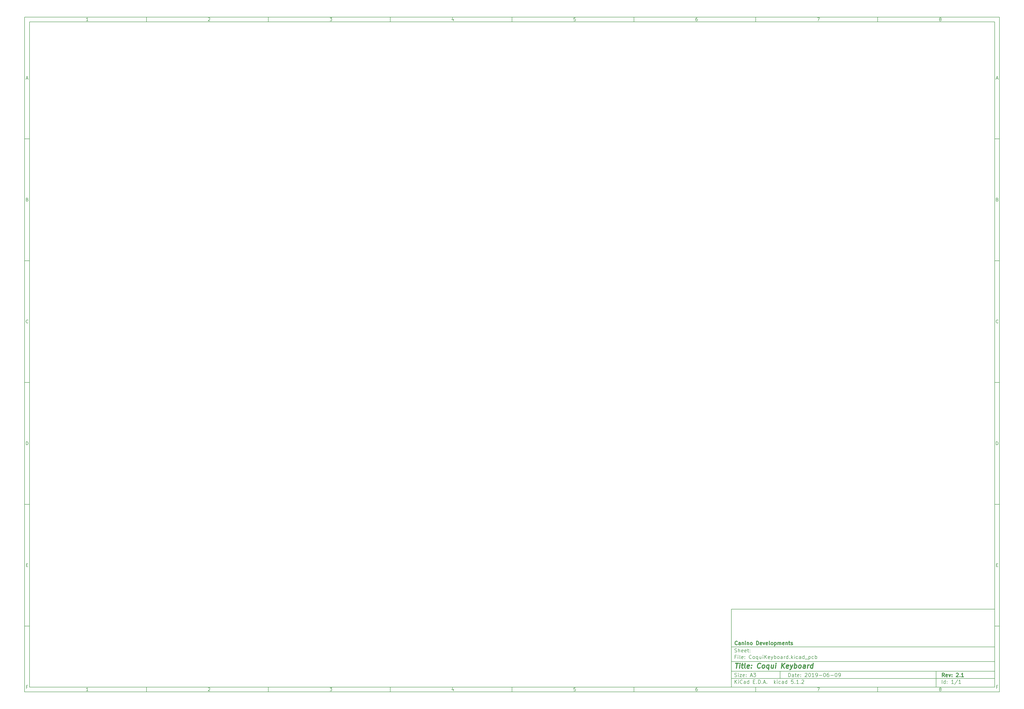
<source format=gtp>
G04 #@! TF.GenerationSoftware,KiCad,Pcbnew,5.1.2*
G04 #@! TF.CreationDate,2019-06-12T21:28:34-04:00*
G04 #@! TF.ProjectId,CoquiKeyboard,436f7175-694b-4657-9962-6f6172642e6b,2.1*
G04 #@! TF.SameCoordinates,Original*
G04 #@! TF.FileFunction,Paste,Top*
G04 #@! TF.FilePolarity,Positive*
%FSLAX46Y46*%
G04 Gerber Fmt 4.6, Leading zero omitted, Abs format (unit mm)*
G04 Created by KiCad (PCBNEW 5.1.2) date 2019-06-12 21:28:34*
%MOMM*%
%LPD*%
G04 APERTURE LIST*
%ADD10C,0.100000*%
%ADD11C,0.150000*%
%ADD12C,0.300000*%
%ADD13C,0.400000*%
G04 APERTURE END LIST*
D10*
D11*
X299989000Y-253002200D02*
X299989000Y-285002200D01*
X407989000Y-285002200D01*
X407989000Y-253002200D01*
X299989000Y-253002200D01*
D10*
D11*
X10000000Y-10000000D02*
X10000000Y-287002200D01*
X409989000Y-287002200D01*
X409989000Y-10000000D01*
X10000000Y-10000000D01*
D10*
D11*
X12000000Y-12000000D02*
X12000000Y-285002200D01*
X407989000Y-285002200D01*
X407989000Y-12000000D01*
X12000000Y-12000000D01*
D10*
D11*
X60000000Y-12000000D02*
X60000000Y-10000000D01*
D10*
D11*
X110000000Y-12000000D02*
X110000000Y-10000000D01*
D10*
D11*
X160000000Y-12000000D02*
X160000000Y-10000000D01*
D10*
D11*
X210000000Y-12000000D02*
X210000000Y-10000000D01*
D10*
D11*
X260000000Y-12000000D02*
X260000000Y-10000000D01*
D10*
D11*
X310000000Y-12000000D02*
X310000000Y-10000000D01*
D10*
D11*
X360000000Y-12000000D02*
X360000000Y-10000000D01*
D10*
D11*
X36065476Y-11588095D02*
X35322619Y-11588095D01*
X35694047Y-11588095D02*
X35694047Y-10288095D01*
X35570238Y-10473809D01*
X35446428Y-10597619D01*
X35322619Y-10659523D01*
D10*
D11*
X85322619Y-10411904D02*
X85384523Y-10350000D01*
X85508333Y-10288095D01*
X85817857Y-10288095D01*
X85941666Y-10350000D01*
X86003571Y-10411904D01*
X86065476Y-10535714D01*
X86065476Y-10659523D01*
X86003571Y-10845238D01*
X85260714Y-11588095D01*
X86065476Y-11588095D01*
D10*
D11*
X135260714Y-10288095D02*
X136065476Y-10288095D01*
X135632142Y-10783333D01*
X135817857Y-10783333D01*
X135941666Y-10845238D01*
X136003571Y-10907142D01*
X136065476Y-11030952D01*
X136065476Y-11340476D01*
X136003571Y-11464285D01*
X135941666Y-11526190D01*
X135817857Y-11588095D01*
X135446428Y-11588095D01*
X135322619Y-11526190D01*
X135260714Y-11464285D01*
D10*
D11*
X185941666Y-10721428D02*
X185941666Y-11588095D01*
X185632142Y-10226190D02*
X185322619Y-11154761D01*
X186127380Y-11154761D01*
D10*
D11*
X236003571Y-10288095D02*
X235384523Y-10288095D01*
X235322619Y-10907142D01*
X235384523Y-10845238D01*
X235508333Y-10783333D01*
X235817857Y-10783333D01*
X235941666Y-10845238D01*
X236003571Y-10907142D01*
X236065476Y-11030952D01*
X236065476Y-11340476D01*
X236003571Y-11464285D01*
X235941666Y-11526190D01*
X235817857Y-11588095D01*
X235508333Y-11588095D01*
X235384523Y-11526190D01*
X235322619Y-11464285D01*
D10*
D11*
X285941666Y-10288095D02*
X285694047Y-10288095D01*
X285570238Y-10350000D01*
X285508333Y-10411904D01*
X285384523Y-10597619D01*
X285322619Y-10845238D01*
X285322619Y-11340476D01*
X285384523Y-11464285D01*
X285446428Y-11526190D01*
X285570238Y-11588095D01*
X285817857Y-11588095D01*
X285941666Y-11526190D01*
X286003571Y-11464285D01*
X286065476Y-11340476D01*
X286065476Y-11030952D01*
X286003571Y-10907142D01*
X285941666Y-10845238D01*
X285817857Y-10783333D01*
X285570238Y-10783333D01*
X285446428Y-10845238D01*
X285384523Y-10907142D01*
X285322619Y-11030952D01*
D10*
D11*
X335260714Y-10288095D02*
X336127380Y-10288095D01*
X335570238Y-11588095D01*
D10*
D11*
X385570238Y-10845238D02*
X385446428Y-10783333D01*
X385384523Y-10721428D01*
X385322619Y-10597619D01*
X385322619Y-10535714D01*
X385384523Y-10411904D01*
X385446428Y-10350000D01*
X385570238Y-10288095D01*
X385817857Y-10288095D01*
X385941666Y-10350000D01*
X386003571Y-10411904D01*
X386065476Y-10535714D01*
X386065476Y-10597619D01*
X386003571Y-10721428D01*
X385941666Y-10783333D01*
X385817857Y-10845238D01*
X385570238Y-10845238D01*
X385446428Y-10907142D01*
X385384523Y-10969047D01*
X385322619Y-11092857D01*
X385322619Y-11340476D01*
X385384523Y-11464285D01*
X385446428Y-11526190D01*
X385570238Y-11588095D01*
X385817857Y-11588095D01*
X385941666Y-11526190D01*
X386003571Y-11464285D01*
X386065476Y-11340476D01*
X386065476Y-11092857D01*
X386003571Y-10969047D01*
X385941666Y-10907142D01*
X385817857Y-10845238D01*
D10*
D11*
X60000000Y-285002200D02*
X60000000Y-287002200D01*
D10*
D11*
X110000000Y-285002200D02*
X110000000Y-287002200D01*
D10*
D11*
X160000000Y-285002200D02*
X160000000Y-287002200D01*
D10*
D11*
X210000000Y-285002200D02*
X210000000Y-287002200D01*
D10*
D11*
X260000000Y-285002200D02*
X260000000Y-287002200D01*
D10*
D11*
X310000000Y-285002200D02*
X310000000Y-287002200D01*
D10*
D11*
X360000000Y-285002200D02*
X360000000Y-287002200D01*
D10*
D11*
X36065476Y-286590295D02*
X35322619Y-286590295D01*
X35694047Y-286590295D02*
X35694047Y-285290295D01*
X35570238Y-285476009D01*
X35446428Y-285599819D01*
X35322619Y-285661723D01*
D10*
D11*
X85322619Y-285414104D02*
X85384523Y-285352200D01*
X85508333Y-285290295D01*
X85817857Y-285290295D01*
X85941666Y-285352200D01*
X86003571Y-285414104D01*
X86065476Y-285537914D01*
X86065476Y-285661723D01*
X86003571Y-285847438D01*
X85260714Y-286590295D01*
X86065476Y-286590295D01*
D10*
D11*
X135260714Y-285290295D02*
X136065476Y-285290295D01*
X135632142Y-285785533D01*
X135817857Y-285785533D01*
X135941666Y-285847438D01*
X136003571Y-285909342D01*
X136065476Y-286033152D01*
X136065476Y-286342676D01*
X136003571Y-286466485D01*
X135941666Y-286528390D01*
X135817857Y-286590295D01*
X135446428Y-286590295D01*
X135322619Y-286528390D01*
X135260714Y-286466485D01*
D10*
D11*
X185941666Y-285723628D02*
X185941666Y-286590295D01*
X185632142Y-285228390D02*
X185322619Y-286156961D01*
X186127380Y-286156961D01*
D10*
D11*
X236003571Y-285290295D02*
X235384523Y-285290295D01*
X235322619Y-285909342D01*
X235384523Y-285847438D01*
X235508333Y-285785533D01*
X235817857Y-285785533D01*
X235941666Y-285847438D01*
X236003571Y-285909342D01*
X236065476Y-286033152D01*
X236065476Y-286342676D01*
X236003571Y-286466485D01*
X235941666Y-286528390D01*
X235817857Y-286590295D01*
X235508333Y-286590295D01*
X235384523Y-286528390D01*
X235322619Y-286466485D01*
D10*
D11*
X285941666Y-285290295D02*
X285694047Y-285290295D01*
X285570238Y-285352200D01*
X285508333Y-285414104D01*
X285384523Y-285599819D01*
X285322619Y-285847438D01*
X285322619Y-286342676D01*
X285384523Y-286466485D01*
X285446428Y-286528390D01*
X285570238Y-286590295D01*
X285817857Y-286590295D01*
X285941666Y-286528390D01*
X286003571Y-286466485D01*
X286065476Y-286342676D01*
X286065476Y-286033152D01*
X286003571Y-285909342D01*
X285941666Y-285847438D01*
X285817857Y-285785533D01*
X285570238Y-285785533D01*
X285446428Y-285847438D01*
X285384523Y-285909342D01*
X285322619Y-286033152D01*
D10*
D11*
X335260714Y-285290295D02*
X336127380Y-285290295D01*
X335570238Y-286590295D01*
D10*
D11*
X385570238Y-285847438D02*
X385446428Y-285785533D01*
X385384523Y-285723628D01*
X385322619Y-285599819D01*
X385322619Y-285537914D01*
X385384523Y-285414104D01*
X385446428Y-285352200D01*
X385570238Y-285290295D01*
X385817857Y-285290295D01*
X385941666Y-285352200D01*
X386003571Y-285414104D01*
X386065476Y-285537914D01*
X386065476Y-285599819D01*
X386003571Y-285723628D01*
X385941666Y-285785533D01*
X385817857Y-285847438D01*
X385570238Y-285847438D01*
X385446428Y-285909342D01*
X385384523Y-285971247D01*
X385322619Y-286095057D01*
X385322619Y-286342676D01*
X385384523Y-286466485D01*
X385446428Y-286528390D01*
X385570238Y-286590295D01*
X385817857Y-286590295D01*
X385941666Y-286528390D01*
X386003571Y-286466485D01*
X386065476Y-286342676D01*
X386065476Y-286095057D01*
X386003571Y-285971247D01*
X385941666Y-285909342D01*
X385817857Y-285847438D01*
D10*
D11*
X10000000Y-60000000D02*
X12000000Y-60000000D01*
D10*
D11*
X10000000Y-110000000D02*
X12000000Y-110000000D01*
D10*
D11*
X10000000Y-160000000D02*
X12000000Y-160000000D01*
D10*
D11*
X10000000Y-210000000D02*
X12000000Y-210000000D01*
D10*
D11*
X10000000Y-260000000D02*
X12000000Y-260000000D01*
D10*
D11*
X10690476Y-35216666D02*
X11309523Y-35216666D01*
X10566666Y-35588095D02*
X11000000Y-34288095D01*
X11433333Y-35588095D01*
D10*
D11*
X11092857Y-84907142D02*
X11278571Y-84969047D01*
X11340476Y-85030952D01*
X11402380Y-85154761D01*
X11402380Y-85340476D01*
X11340476Y-85464285D01*
X11278571Y-85526190D01*
X11154761Y-85588095D01*
X10659523Y-85588095D01*
X10659523Y-84288095D01*
X11092857Y-84288095D01*
X11216666Y-84350000D01*
X11278571Y-84411904D01*
X11340476Y-84535714D01*
X11340476Y-84659523D01*
X11278571Y-84783333D01*
X11216666Y-84845238D01*
X11092857Y-84907142D01*
X10659523Y-84907142D01*
D10*
D11*
X11402380Y-135464285D02*
X11340476Y-135526190D01*
X11154761Y-135588095D01*
X11030952Y-135588095D01*
X10845238Y-135526190D01*
X10721428Y-135402380D01*
X10659523Y-135278571D01*
X10597619Y-135030952D01*
X10597619Y-134845238D01*
X10659523Y-134597619D01*
X10721428Y-134473809D01*
X10845238Y-134350000D01*
X11030952Y-134288095D01*
X11154761Y-134288095D01*
X11340476Y-134350000D01*
X11402380Y-134411904D01*
D10*
D11*
X10659523Y-185588095D02*
X10659523Y-184288095D01*
X10969047Y-184288095D01*
X11154761Y-184350000D01*
X11278571Y-184473809D01*
X11340476Y-184597619D01*
X11402380Y-184845238D01*
X11402380Y-185030952D01*
X11340476Y-185278571D01*
X11278571Y-185402380D01*
X11154761Y-185526190D01*
X10969047Y-185588095D01*
X10659523Y-185588095D01*
D10*
D11*
X10721428Y-234907142D02*
X11154761Y-234907142D01*
X11340476Y-235588095D02*
X10721428Y-235588095D01*
X10721428Y-234288095D01*
X11340476Y-234288095D01*
D10*
D11*
X11185714Y-284907142D02*
X10752380Y-284907142D01*
X10752380Y-285588095D02*
X10752380Y-284288095D01*
X11371428Y-284288095D01*
D10*
D11*
X409989000Y-60000000D02*
X407989000Y-60000000D01*
D10*
D11*
X409989000Y-110000000D02*
X407989000Y-110000000D01*
D10*
D11*
X409989000Y-160000000D02*
X407989000Y-160000000D01*
D10*
D11*
X409989000Y-210000000D02*
X407989000Y-210000000D01*
D10*
D11*
X409989000Y-260000000D02*
X407989000Y-260000000D01*
D10*
D11*
X408679476Y-35216666D02*
X409298523Y-35216666D01*
X408555666Y-35588095D02*
X408989000Y-34288095D01*
X409422333Y-35588095D01*
D10*
D11*
X409081857Y-84907142D02*
X409267571Y-84969047D01*
X409329476Y-85030952D01*
X409391380Y-85154761D01*
X409391380Y-85340476D01*
X409329476Y-85464285D01*
X409267571Y-85526190D01*
X409143761Y-85588095D01*
X408648523Y-85588095D01*
X408648523Y-84288095D01*
X409081857Y-84288095D01*
X409205666Y-84350000D01*
X409267571Y-84411904D01*
X409329476Y-84535714D01*
X409329476Y-84659523D01*
X409267571Y-84783333D01*
X409205666Y-84845238D01*
X409081857Y-84907142D01*
X408648523Y-84907142D01*
D10*
D11*
X409391380Y-135464285D02*
X409329476Y-135526190D01*
X409143761Y-135588095D01*
X409019952Y-135588095D01*
X408834238Y-135526190D01*
X408710428Y-135402380D01*
X408648523Y-135278571D01*
X408586619Y-135030952D01*
X408586619Y-134845238D01*
X408648523Y-134597619D01*
X408710428Y-134473809D01*
X408834238Y-134350000D01*
X409019952Y-134288095D01*
X409143761Y-134288095D01*
X409329476Y-134350000D01*
X409391380Y-134411904D01*
D10*
D11*
X408648523Y-185588095D02*
X408648523Y-184288095D01*
X408958047Y-184288095D01*
X409143761Y-184350000D01*
X409267571Y-184473809D01*
X409329476Y-184597619D01*
X409391380Y-184845238D01*
X409391380Y-185030952D01*
X409329476Y-185278571D01*
X409267571Y-185402380D01*
X409143761Y-185526190D01*
X408958047Y-185588095D01*
X408648523Y-185588095D01*
D10*
D11*
X408710428Y-234907142D02*
X409143761Y-234907142D01*
X409329476Y-235588095D02*
X408710428Y-235588095D01*
X408710428Y-234288095D01*
X409329476Y-234288095D01*
D10*
D11*
X409174714Y-284907142D02*
X408741380Y-284907142D01*
X408741380Y-285588095D02*
X408741380Y-284288095D01*
X409360428Y-284288095D01*
D10*
D11*
X323421142Y-280780771D02*
X323421142Y-279280771D01*
X323778285Y-279280771D01*
X323992571Y-279352200D01*
X324135428Y-279495057D01*
X324206857Y-279637914D01*
X324278285Y-279923628D01*
X324278285Y-280137914D01*
X324206857Y-280423628D01*
X324135428Y-280566485D01*
X323992571Y-280709342D01*
X323778285Y-280780771D01*
X323421142Y-280780771D01*
X325564000Y-280780771D02*
X325564000Y-279995057D01*
X325492571Y-279852200D01*
X325349714Y-279780771D01*
X325064000Y-279780771D01*
X324921142Y-279852200D01*
X325564000Y-280709342D02*
X325421142Y-280780771D01*
X325064000Y-280780771D01*
X324921142Y-280709342D01*
X324849714Y-280566485D01*
X324849714Y-280423628D01*
X324921142Y-280280771D01*
X325064000Y-280209342D01*
X325421142Y-280209342D01*
X325564000Y-280137914D01*
X326064000Y-279780771D02*
X326635428Y-279780771D01*
X326278285Y-279280771D02*
X326278285Y-280566485D01*
X326349714Y-280709342D01*
X326492571Y-280780771D01*
X326635428Y-280780771D01*
X327706857Y-280709342D02*
X327564000Y-280780771D01*
X327278285Y-280780771D01*
X327135428Y-280709342D01*
X327064000Y-280566485D01*
X327064000Y-279995057D01*
X327135428Y-279852200D01*
X327278285Y-279780771D01*
X327564000Y-279780771D01*
X327706857Y-279852200D01*
X327778285Y-279995057D01*
X327778285Y-280137914D01*
X327064000Y-280280771D01*
X328421142Y-280637914D02*
X328492571Y-280709342D01*
X328421142Y-280780771D01*
X328349714Y-280709342D01*
X328421142Y-280637914D01*
X328421142Y-280780771D01*
X328421142Y-279852200D02*
X328492571Y-279923628D01*
X328421142Y-279995057D01*
X328349714Y-279923628D01*
X328421142Y-279852200D01*
X328421142Y-279995057D01*
X330206857Y-279423628D02*
X330278285Y-279352200D01*
X330421142Y-279280771D01*
X330778285Y-279280771D01*
X330921142Y-279352200D01*
X330992571Y-279423628D01*
X331064000Y-279566485D01*
X331064000Y-279709342D01*
X330992571Y-279923628D01*
X330135428Y-280780771D01*
X331064000Y-280780771D01*
X331992571Y-279280771D02*
X332135428Y-279280771D01*
X332278285Y-279352200D01*
X332349714Y-279423628D01*
X332421142Y-279566485D01*
X332492571Y-279852200D01*
X332492571Y-280209342D01*
X332421142Y-280495057D01*
X332349714Y-280637914D01*
X332278285Y-280709342D01*
X332135428Y-280780771D01*
X331992571Y-280780771D01*
X331849714Y-280709342D01*
X331778285Y-280637914D01*
X331706857Y-280495057D01*
X331635428Y-280209342D01*
X331635428Y-279852200D01*
X331706857Y-279566485D01*
X331778285Y-279423628D01*
X331849714Y-279352200D01*
X331992571Y-279280771D01*
X333921142Y-280780771D02*
X333064000Y-280780771D01*
X333492571Y-280780771D02*
X333492571Y-279280771D01*
X333349714Y-279495057D01*
X333206857Y-279637914D01*
X333064000Y-279709342D01*
X334635428Y-280780771D02*
X334921142Y-280780771D01*
X335064000Y-280709342D01*
X335135428Y-280637914D01*
X335278285Y-280423628D01*
X335349714Y-280137914D01*
X335349714Y-279566485D01*
X335278285Y-279423628D01*
X335206857Y-279352200D01*
X335064000Y-279280771D01*
X334778285Y-279280771D01*
X334635428Y-279352200D01*
X334564000Y-279423628D01*
X334492571Y-279566485D01*
X334492571Y-279923628D01*
X334564000Y-280066485D01*
X334635428Y-280137914D01*
X334778285Y-280209342D01*
X335064000Y-280209342D01*
X335206857Y-280137914D01*
X335278285Y-280066485D01*
X335349714Y-279923628D01*
X335992571Y-280209342D02*
X337135428Y-280209342D01*
X338135428Y-279280771D02*
X338278285Y-279280771D01*
X338421142Y-279352200D01*
X338492571Y-279423628D01*
X338564000Y-279566485D01*
X338635428Y-279852200D01*
X338635428Y-280209342D01*
X338564000Y-280495057D01*
X338492571Y-280637914D01*
X338421142Y-280709342D01*
X338278285Y-280780771D01*
X338135428Y-280780771D01*
X337992571Y-280709342D01*
X337921142Y-280637914D01*
X337849714Y-280495057D01*
X337778285Y-280209342D01*
X337778285Y-279852200D01*
X337849714Y-279566485D01*
X337921142Y-279423628D01*
X337992571Y-279352200D01*
X338135428Y-279280771D01*
X339921142Y-279280771D02*
X339635428Y-279280771D01*
X339492571Y-279352200D01*
X339421142Y-279423628D01*
X339278285Y-279637914D01*
X339206857Y-279923628D01*
X339206857Y-280495057D01*
X339278285Y-280637914D01*
X339349714Y-280709342D01*
X339492571Y-280780771D01*
X339778285Y-280780771D01*
X339921142Y-280709342D01*
X339992571Y-280637914D01*
X340064000Y-280495057D01*
X340064000Y-280137914D01*
X339992571Y-279995057D01*
X339921142Y-279923628D01*
X339778285Y-279852200D01*
X339492571Y-279852200D01*
X339349714Y-279923628D01*
X339278285Y-279995057D01*
X339206857Y-280137914D01*
X340706857Y-280209342D02*
X341849714Y-280209342D01*
X342849714Y-279280771D02*
X342992571Y-279280771D01*
X343135428Y-279352200D01*
X343206857Y-279423628D01*
X343278285Y-279566485D01*
X343349714Y-279852200D01*
X343349714Y-280209342D01*
X343278285Y-280495057D01*
X343206857Y-280637914D01*
X343135428Y-280709342D01*
X342992571Y-280780771D01*
X342849714Y-280780771D01*
X342706857Y-280709342D01*
X342635428Y-280637914D01*
X342564000Y-280495057D01*
X342492571Y-280209342D01*
X342492571Y-279852200D01*
X342564000Y-279566485D01*
X342635428Y-279423628D01*
X342706857Y-279352200D01*
X342849714Y-279280771D01*
X344064000Y-280780771D02*
X344349714Y-280780771D01*
X344492571Y-280709342D01*
X344564000Y-280637914D01*
X344706857Y-280423628D01*
X344778285Y-280137914D01*
X344778285Y-279566485D01*
X344706857Y-279423628D01*
X344635428Y-279352200D01*
X344492571Y-279280771D01*
X344206857Y-279280771D01*
X344064000Y-279352200D01*
X343992571Y-279423628D01*
X343921142Y-279566485D01*
X343921142Y-279923628D01*
X343992571Y-280066485D01*
X344064000Y-280137914D01*
X344206857Y-280209342D01*
X344492571Y-280209342D01*
X344635428Y-280137914D01*
X344706857Y-280066485D01*
X344778285Y-279923628D01*
D10*
D11*
X299989000Y-281502200D02*
X407989000Y-281502200D01*
D10*
D11*
X301421142Y-283580771D02*
X301421142Y-282080771D01*
X302278285Y-283580771D02*
X301635428Y-282723628D01*
X302278285Y-282080771D02*
X301421142Y-282937914D01*
X302921142Y-283580771D02*
X302921142Y-282580771D01*
X302921142Y-282080771D02*
X302849714Y-282152200D01*
X302921142Y-282223628D01*
X302992571Y-282152200D01*
X302921142Y-282080771D01*
X302921142Y-282223628D01*
X304492571Y-283437914D02*
X304421142Y-283509342D01*
X304206857Y-283580771D01*
X304064000Y-283580771D01*
X303849714Y-283509342D01*
X303706857Y-283366485D01*
X303635428Y-283223628D01*
X303564000Y-282937914D01*
X303564000Y-282723628D01*
X303635428Y-282437914D01*
X303706857Y-282295057D01*
X303849714Y-282152200D01*
X304064000Y-282080771D01*
X304206857Y-282080771D01*
X304421142Y-282152200D01*
X304492571Y-282223628D01*
X305778285Y-283580771D02*
X305778285Y-282795057D01*
X305706857Y-282652200D01*
X305564000Y-282580771D01*
X305278285Y-282580771D01*
X305135428Y-282652200D01*
X305778285Y-283509342D02*
X305635428Y-283580771D01*
X305278285Y-283580771D01*
X305135428Y-283509342D01*
X305064000Y-283366485D01*
X305064000Y-283223628D01*
X305135428Y-283080771D01*
X305278285Y-283009342D01*
X305635428Y-283009342D01*
X305778285Y-282937914D01*
X307135428Y-283580771D02*
X307135428Y-282080771D01*
X307135428Y-283509342D02*
X306992571Y-283580771D01*
X306706857Y-283580771D01*
X306564000Y-283509342D01*
X306492571Y-283437914D01*
X306421142Y-283295057D01*
X306421142Y-282866485D01*
X306492571Y-282723628D01*
X306564000Y-282652200D01*
X306706857Y-282580771D01*
X306992571Y-282580771D01*
X307135428Y-282652200D01*
X308992571Y-282795057D02*
X309492571Y-282795057D01*
X309706857Y-283580771D02*
X308992571Y-283580771D01*
X308992571Y-282080771D01*
X309706857Y-282080771D01*
X310349714Y-283437914D02*
X310421142Y-283509342D01*
X310349714Y-283580771D01*
X310278285Y-283509342D01*
X310349714Y-283437914D01*
X310349714Y-283580771D01*
X311064000Y-283580771D02*
X311064000Y-282080771D01*
X311421142Y-282080771D01*
X311635428Y-282152200D01*
X311778285Y-282295057D01*
X311849714Y-282437914D01*
X311921142Y-282723628D01*
X311921142Y-282937914D01*
X311849714Y-283223628D01*
X311778285Y-283366485D01*
X311635428Y-283509342D01*
X311421142Y-283580771D01*
X311064000Y-283580771D01*
X312564000Y-283437914D02*
X312635428Y-283509342D01*
X312564000Y-283580771D01*
X312492571Y-283509342D01*
X312564000Y-283437914D01*
X312564000Y-283580771D01*
X313206857Y-283152200D02*
X313921142Y-283152200D01*
X313064000Y-283580771D02*
X313564000Y-282080771D01*
X314064000Y-283580771D01*
X314564000Y-283437914D02*
X314635428Y-283509342D01*
X314564000Y-283580771D01*
X314492571Y-283509342D01*
X314564000Y-283437914D01*
X314564000Y-283580771D01*
X317564000Y-283580771D02*
X317564000Y-282080771D01*
X317706857Y-283009342D02*
X318135428Y-283580771D01*
X318135428Y-282580771D02*
X317564000Y-283152200D01*
X318778285Y-283580771D02*
X318778285Y-282580771D01*
X318778285Y-282080771D02*
X318706857Y-282152200D01*
X318778285Y-282223628D01*
X318849714Y-282152200D01*
X318778285Y-282080771D01*
X318778285Y-282223628D01*
X320135428Y-283509342D02*
X319992571Y-283580771D01*
X319706857Y-283580771D01*
X319564000Y-283509342D01*
X319492571Y-283437914D01*
X319421142Y-283295057D01*
X319421142Y-282866485D01*
X319492571Y-282723628D01*
X319564000Y-282652200D01*
X319706857Y-282580771D01*
X319992571Y-282580771D01*
X320135428Y-282652200D01*
X321421142Y-283580771D02*
X321421142Y-282795057D01*
X321349714Y-282652200D01*
X321206857Y-282580771D01*
X320921142Y-282580771D01*
X320778285Y-282652200D01*
X321421142Y-283509342D02*
X321278285Y-283580771D01*
X320921142Y-283580771D01*
X320778285Y-283509342D01*
X320706857Y-283366485D01*
X320706857Y-283223628D01*
X320778285Y-283080771D01*
X320921142Y-283009342D01*
X321278285Y-283009342D01*
X321421142Y-282937914D01*
X322778285Y-283580771D02*
X322778285Y-282080771D01*
X322778285Y-283509342D02*
X322635428Y-283580771D01*
X322349714Y-283580771D01*
X322206857Y-283509342D01*
X322135428Y-283437914D01*
X322064000Y-283295057D01*
X322064000Y-282866485D01*
X322135428Y-282723628D01*
X322206857Y-282652200D01*
X322349714Y-282580771D01*
X322635428Y-282580771D01*
X322778285Y-282652200D01*
X325349714Y-282080771D02*
X324635428Y-282080771D01*
X324564000Y-282795057D01*
X324635428Y-282723628D01*
X324778285Y-282652200D01*
X325135428Y-282652200D01*
X325278285Y-282723628D01*
X325349714Y-282795057D01*
X325421142Y-282937914D01*
X325421142Y-283295057D01*
X325349714Y-283437914D01*
X325278285Y-283509342D01*
X325135428Y-283580771D01*
X324778285Y-283580771D01*
X324635428Y-283509342D01*
X324564000Y-283437914D01*
X326064000Y-283437914D02*
X326135428Y-283509342D01*
X326064000Y-283580771D01*
X325992571Y-283509342D01*
X326064000Y-283437914D01*
X326064000Y-283580771D01*
X327564000Y-283580771D02*
X326706857Y-283580771D01*
X327135428Y-283580771D02*
X327135428Y-282080771D01*
X326992571Y-282295057D01*
X326849714Y-282437914D01*
X326706857Y-282509342D01*
X328206857Y-283437914D02*
X328278285Y-283509342D01*
X328206857Y-283580771D01*
X328135428Y-283509342D01*
X328206857Y-283437914D01*
X328206857Y-283580771D01*
X328849714Y-282223628D02*
X328921142Y-282152200D01*
X329064000Y-282080771D01*
X329421142Y-282080771D01*
X329564000Y-282152200D01*
X329635428Y-282223628D01*
X329706857Y-282366485D01*
X329706857Y-282509342D01*
X329635428Y-282723628D01*
X328778285Y-283580771D01*
X329706857Y-283580771D01*
D10*
D11*
X299989000Y-278502200D02*
X407989000Y-278502200D01*
D10*
D12*
X387398285Y-280780771D02*
X386898285Y-280066485D01*
X386541142Y-280780771D02*
X386541142Y-279280771D01*
X387112571Y-279280771D01*
X387255428Y-279352200D01*
X387326857Y-279423628D01*
X387398285Y-279566485D01*
X387398285Y-279780771D01*
X387326857Y-279923628D01*
X387255428Y-279995057D01*
X387112571Y-280066485D01*
X386541142Y-280066485D01*
X388612571Y-280709342D02*
X388469714Y-280780771D01*
X388184000Y-280780771D01*
X388041142Y-280709342D01*
X387969714Y-280566485D01*
X387969714Y-279995057D01*
X388041142Y-279852200D01*
X388184000Y-279780771D01*
X388469714Y-279780771D01*
X388612571Y-279852200D01*
X388684000Y-279995057D01*
X388684000Y-280137914D01*
X387969714Y-280280771D01*
X389184000Y-279780771D02*
X389541142Y-280780771D01*
X389898285Y-279780771D01*
X390469714Y-280637914D02*
X390541142Y-280709342D01*
X390469714Y-280780771D01*
X390398285Y-280709342D01*
X390469714Y-280637914D01*
X390469714Y-280780771D01*
X390469714Y-279852200D02*
X390541142Y-279923628D01*
X390469714Y-279995057D01*
X390398285Y-279923628D01*
X390469714Y-279852200D01*
X390469714Y-279995057D01*
X392255428Y-279423628D02*
X392326857Y-279352200D01*
X392469714Y-279280771D01*
X392826857Y-279280771D01*
X392969714Y-279352200D01*
X393041142Y-279423628D01*
X393112571Y-279566485D01*
X393112571Y-279709342D01*
X393041142Y-279923628D01*
X392184000Y-280780771D01*
X393112571Y-280780771D01*
X393755428Y-280637914D02*
X393826857Y-280709342D01*
X393755428Y-280780771D01*
X393684000Y-280709342D01*
X393755428Y-280637914D01*
X393755428Y-280780771D01*
X395255428Y-280780771D02*
X394398285Y-280780771D01*
X394826857Y-280780771D02*
X394826857Y-279280771D01*
X394684000Y-279495057D01*
X394541142Y-279637914D01*
X394398285Y-279709342D01*
D10*
D11*
X301349714Y-280709342D02*
X301564000Y-280780771D01*
X301921142Y-280780771D01*
X302064000Y-280709342D01*
X302135428Y-280637914D01*
X302206857Y-280495057D01*
X302206857Y-280352200D01*
X302135428Y-280209342D01*
X302064000Y-280137914D01*
X301921142Y-280066485D01*
X301635428Y-279995057D01*
X301492571Y-279923628D01*
X301421142Y-279852200D01*
X301349714Y-279709342D01*
X301349714Y-279566485D01*
X301421142Y-279423628D01*
X301492571Y-279352200D01*
X301635428Y-279280771D01*
X301992571Y-279280771D01*
X302206857Y-279352200D01*
X302849714Y-280780771D02*
X302849714Y-279780771D01*
X302849714Y-279280771D02*
X302778285Y-279352200D01*
X302849714Y-279423628D01*
X302921142Y-279352200D01*
X302849714Y-279280771D01*
X302849714Y-279423628D01*
X303421142Y-279780771D02*
X304206857Y-279780771D01*
X303421142Y-280780771D01*
X304206857Y-280780771D01*
X305349714Y-280709342D02*
X305206857Y-280780771D01*
X304921142Y-280780771D01*
X304778285Y-280709342D01*
X304706857Y-280566485D01*
X304706857Y-279995057D01*
X304778285Y-279852200D01*
X304921142Y-279780771D01*
X305206857Y-279780771D01*
X305349714Y-279852200D01*
X305421142Y-279995057D01*
X305421142Y-280137914D01*
X304706857Y-280280771D01*
X306064000Y-280637914D02*
X306135428Y-280709342D01*
X306064000Y-280780771D01*
X305992571Y-280709342D01*
X306064000Y-280637914D01*
X306064000Y-280780771D01*
X306064000Y-279852200D02*
X306135428Y-279923628D01*
X306064000Y-279995057D01*
X305992571Y-279923628D01*
X306064000Y-279852200D01*
X306064000Y-279995057D01*
X307849714Y-280352200D02*
X308564000Y-280352200D01*
X307706857Y-280780771D02*
X308206857Y-279280771D01*
X308706857Y-280780771D01*
X309064000Y-279280771D02*
X309992571Y-279280771D01*
X309492571Y-279852200D01*
X309706857Y-279852200D01*
X309849714Y-279923628D01*
X309921142Y-279995057D01*
X309992571Y-280137914D01*
X309992571Y-280495057D01*
X309921142Y-280637914D01*
X309849714Y-280709342D01*
X309706857Y-280780771D01*
X309278285Y-280780771D01*
X309135428Y-280709342D01*
X309064000Y-280637914D01*
D10*
D11*
X386421142Y-283580771D02*
X386421142Y-282080771D01*
X387778285Y-283580771D02*
X387778285Y-282080771D01*
X387778285Y-283509342D02*
X387635428Y-283580771D01*
X387349714Y-283580771D01*
X387206857Y-283509342D01*
X387135428Y-283437914D01*
X387064000Y-283295057D01*
X387064000Y-282866485D01*
X387135428Y-282723628D01*
X387206857Y-282652200D01*
X387349714Y-282580771D01*
X387635428Y-282580771D01*
X387778285Y-282652200D01*
X388492571Y-283437914D02*
X388564000Y-283509342D01*
X388492571Y-283580771D01*
X388421142Y-283509342D01*
X388492571Y-283437914D01*
X388492571Y-283580771D01*
X388492571Y-282652200D02*
X388564000Y-282723628D01*
X388492571Y-282795057D01*
X388421142Y-282723628D01*
X388492571Y-282652200D01*
X388492571Y-282795057D01*
X391135428Y-283580771D02*
X390278285Y-283580771D01*
X390706857Y-283580771D02*
X390706857Y-282080771D01*
X390564000Y-282295057D01*
X390421142Y-282437914D01*
X390278285Y-282509342D01*
X392849714Y-282009342D02*
X391564000Y-283937914D01*
X394135428Y-283580771D02*
X393278285Y-283580771D01*
X393706857Y-283580771D02*
X393706857Y-282080771D01*
X393564000Y-282295057D01*
X393421142Y-282437914D01*
X393278285Y-282509342D01*
D10*
D11*
X299989000Y-274502200D02*
X407989000Y-274502200D01*
D10*
D13*
X301701380Y-275206961D02*
X302844238Y-275206961D01*
X302022809Y-277206961D02*
X302272809Y-275206961D01*
X303260904Y-277206961D02*
X303427571Y-275873628D01*
X303510904Y-275206961D02*
X303403761Y-275302200D01*
X303487095Y-275397438D01*
X303594238Y-275302200D01*
X303510904Y-275206961D01*
X303487095Y-275397438D01*
X304094238Y-275873628D02*
X304856142Y-275873628D01*
X304463285Y-275206961D02*
X304249000Y-276921247D01*
X304320428Y-277111723D01*
X304499000Y-277206961D01*
X304689476Y-277206961D01*
X305641857Y-277206961D02*
X305463285Y-277111723D01*
X305391857Y-276921247D01*
X305606142Y-275206961D01*
X307177571Y-277111723D02*
X306975190Y-277206961D01*
X306594238Y-277206961D01*
X306415666Y-277111723D01*
X306344238Y-276921247D01*
X306439476Y-276159342D01*
X306558523Y-275968866D01*
X306760904Y-275873628D01*
X307141857Y-275873628D01*
X307320428Y-275968866D01*
X307391857Y-276159342D01*
X307368047Y-276349819D01*
X306391857Y-276540295D01*
X308141857Y-277016485D02*
X308225190Y-277111723D01*
X308118047Y-277206961D01*
X308034714Y-277111723D01*
X308141857Y-277016485D01*
X308118047Y-277206961D01*
X308272809Y-275968866D02*
X308356142Y-276064104D01*
X308249000Y-276159342D01*
X308165666Y-276064104D01*
X308272809Y-275968866D01*
X308249000Y-276159342D01*
X311760904Y-277016485D02*
X311653761Y-277111723D01*
X311356142Y-277206961D01*
X311165666Y-277206961D01*
X310891857Y-277111723D01*
X310725190Y-276921247D01*
X310653761Y-276730771D01*
X310606142Y-276349819D01*
X310641857Y-276064104D01*
X310784714Y-275683152D01*
X310903761Y-275492676D01*
X311118047Y-275302200D01*
X311415666Y-275206961D01*
X311606142Y-275206961D01*
X311879952Y-275302200D01*
X311963285Y-275397438D01*
X312879952Y-277206961D02*
X312701380Y-277111723D01*
X312618047Y-277016485D01*
X312546619Y-276826009D01*
X312618047Y-276254580D01*
X312737095Y-276064104D01*
X312844238Y-275968866D01*
X313046619Y-275873628D01*
X313332333Y-275873628D01*
X313510904Y-275968866D01*
X313594238Y-276064104D01*
X313665666Y-276254580D01*
X313594238Y-276826009D01*
X313475190Y-277016485D01*
X313368047Y-277111723D01*
X313165666Y-277206961D01*
X312879952Y-277206961D01*
X315427571Y-275873628D02*
X315177571Y-277873628D01*
X315272809Y-277111723D02*
X315070428Y-277206961D01*
X314689476Y-277206961D01*
X314510904Y-277111723D01*
X314427571Y-277016485D01*
X314356142Y-276826009D01*
X314427571Y-276254580D01*
X314546619Y-276064104D01*
X314653761Y-275968866D01*
X314856142Y-275873628D01*
X315237095Y-275873628D01*
X315415666Y-275968866D01*
X317237095Y-275873628D02*
X317070428Y-277206961D01*
X316379952Y-275873628D02*
X316249000Y-276921247D01*
X316320428Y-277111723D01*
X316499000Y-277206961D01*
X316784714Y-277206961D01*
X316987095Y-277111723D01*
X317094238Y-277016485D01*
X318022809Y-277206961D02*
X318189476Y-275873628D01*
X318272809Y-275206961D02*
X318165666Y-275302200D01*
X318249000Y-275397438D01*
X318356142Y-275302200D01*
X318272809Y-275206961D01*
X318249000Y-275397438D01*
X320499000Y-277206961D02*
X320749000Y-275206961D01*
X321641857Y-277206961D02*
X320927571Y-276064104D01*
X321891857Y-275206961D02*
X320606142Y-276349819D01*
X323272809Y-277111723D02*
X323070428Y-277206961D01*
X322689476Y-277206961D01*
X322510904Y-277111723D01*
X322439476Y-276921247D01*
X322534714Y-276159342D01*
X322653761Y-275968866D01*
X322856142Y-275873628D01*
X323237095Y-275873628D01*
X323415666Y-275968866D01*
X323487095Y-276159342D01*
X323463285Y-276349819D01*
X322487095Y-276540295D01*
X324189476Y-275873628D02*
X324499000Y-277206961D01*
X325141857Y-275873628D02*
X324499000Y-277206961D01*
X324249000Y-277683152D01*
X324141857Y-277778390D01*
X323939476Y-277873628D01*
X325737095Y-277206961D02*
X325987095Y-275206961D01*
X325891857Y-275968866D02*
X326094238Y-275873628D01*
X326475190Y-275873628D01*
X326653761Y-275968866D01*
X326737095Y-276064104D01*
X326808523Y-276254580D01*
X326737095Y-276826009D01*
X326618047Y-277016485D01*
X326510904Y-277111723D01*
X326308523Y-277206961D01*
X325927571Y-277206961D01*
X325749000Y-277111723D01*
X327832333Y-277206961D02*
X327653761Y-277111723D01*
X327570428Y-277016485D01*
X327499000Y-276826009D01*
X327570428Y-276254580D01*
X327689476Y-276064104D01*
X327796619Y-275968866D01*
X327999000Y-275873628D01*
X328284714Y-275873628D01*
X328463285Y-275968866D01*
X328546619Y-276064104D01*
X328618047Y-276254580D01*
X328546619Y-276826009D01*
X328427571Y-277016485D01*
X328320428Y-277111723D01*
X328118047Y-277206961D01*
X327832333Y-277206961D01*
X330213285Y-277206961D02*
X330344238Y-276159342D01*
X330272809Y-275968866D01*
X330094238Y-275873628D01*
X329713285Y-275873628D01*
X329510904Y-275968866D01*
X330225190Y-277111723D02*
X330022809Y-277206961D01*
X329546619Y-277206961D01*
X329368047Y-277111723D01*
X329296619Y-276921247D01*
X329320428Y-276730771D01*
X329439476Y-276540295D01*
X329641857Y-276445057D01*
X330118047Y-276445057D01*
X330320428Y-276349819D01*
X331165666Y-277206961D02*
X331332333Y-275873628D01*
X331284714Y-276254580D02*
X331403761Y-276064104D01*
X331510904Y-275968866D01*
X331713285Y-275873628D01*
X331903761Y-275873628D01*
X333260904Y-277206961D02*
X333510904Y-275206961D01*
X333272809Y-277111723D02*
X333070428Y-277206961D01*
X332689476Y-277206961D01*
X332510904Y-277111723D01*
X332427571Y-277016485D01*
X332356142Y-276826009D01*
X332427571Y-276254580D01*
X332546619Y-276064104D01*
X332653761Y-275968866D01*
X332856142Y-275873628D01*
X333237095Y-275873628D01*
X333415666Y-275968866D01*
D10*
D11*
X301921142Y-272595057D02*
X301421142Y-272595057D01*
X301421142Y-273380771D02*
X301421142Y-271880771D01*
X302135428Y-271880771D01*
X302706857Y-273380771D02*
X302706857Y-272380771D01*
X302706857Y-271880771D02*
X302635428Y-271952200D01*
X302706857Y-272023628D01*
X302778285Y-271952200D01*
X302706857Y-271880771D01*
X302706857Y-272023628D01*
X303635428Y-273380771D02*
X303492571Y-273309342D01*
X303421142Y-273166485D01*
X303421142Y-271880771D01*
X304778285Y-273309342D02*
X304635428Y-273380771D01*
X304349714Y-273380771D01*
X304206857Y-273309342D01*
X304135428Y-273166485D01*
X304135428Y-272595057D01*
X304206857Y-272452200D01*
X304349714Y-272380771D01*
X304635428Y-272380771D01*
X304778285Y-272452200D01*
X304849714Y-272595057D01*
X304849714Y-272737914D01*
X304135428Y-272880771D01*
X305492571Y-273237914D02*
X305564000Y-273309342D01*
X305492571Y-273380771D01*
X305421142Y-273309342D01*
X305492571Y-273237914D01*
X305492571Y-273380771D01*
X305492571Y-272452200D02*
X305564000Y-272523628D01*
X305492571Y-272595057D01*
X305421142Y-272523628D01*
X305492571Y-272452200D01*
X305492571Y-272595057D01*
X308206857Y-273237914D02*
X308135428Y-273309342D01*
X307921142Y-273380771D01*
X307778285Y-273380771D01*
X307564000Y-273309342D01*
X307421142Y-273166485D01*
X307349714Y-273023628D01*
X307278285Y-272737914D01*
X307278285Y-272523628D01*
X307349714Y-272237914D01*
X307421142Y-272095057D01*
X307564000Y-271952200D01*
X307778285Y-271880771D01*
X307921142Y-271880771D01*
X308135428Y-271952200D01*
X308206857Y-272023628D01*
X309064000Y-273380771D02*
X308921142Y-273309342D01*
X308849714Y-273237914D01*
X308778285Y-273095057D01*
X308778285Y-272666485D01*
X308849714Y-272523628D01*
X308921142Y-272452200D01*
X309064000Y-272380771D01*
X309278285Y-272380771D01*
X309421142Y-272452200D01*
X309492571Y-272523628D01*
X309564000Y-272666485D01*
X309564000Y-273095057D01*
X309492571Y-273237914D01*
X309421142Y-273309342D01*
X309278285Y-273380771D01*
X309064000Y-273380771D01*
X310849714Y-272380771D02*
X310849714Y-273880771D01*
X310849714Y-273309342D02*
X310706857Y-273380771D01*
X310421142Y-273380771D01*
X310278285Y-273309342D01*
X310206857Y-273237914D01*
X310135428Y-273095057D01*
X310135428Y-272666485D01*
X310206857Y-272523628D01*
X310278285Y-272452200D01*
X310421142Y-272380771D01*
X310706857Y-272380771D01*
X310849714Y-272452200D01*
X312206857Y-272380771D02*
X312206857Y-273380771D01*
X311564000Y-272380771D02*
X311564000Y-273166485D01*
X311635428Y-273309342D01*
X311778285Y-273380771D01*
X311992571Y-273380771D01*
X312135428Y-273309342D01*
X312206857Y-273237914D01*
X312921142Y-273380771D02*
X312921142Y-272380771D01*
X312921142Y-271880771D02*
X312849714Y-271952200D01*
X312921142Y-272023628D01*
X312992571Y-271952200D01*
X312921142Y-271880771D01*
X312921142Y-272023628D01*
X313635428Y-273380771D02*
X313635428Y-271880771D01*
X314492571Y-273380771D02*
X313849714Y-272523628D01*
X314492571Y-271880771D02*
X313635428Y-272737914D01*
X315706857Y-273309342D02*
X315564000Y-273380771D01*
X315278285Y-273380771D01*
X315135428Y-273309342D01*
X315064000Y-273166485D01*
X315064000Y-272595057D01*
X315135428Y-272452200D01*
X315278285Y-272380771D01*
X315564000Y-272380771D01*
X315706857Y-272452200D01*
X315778285Y-272595057D01*
X315778285Y-272737914D01*
X315064000Y-272880771D01*
X316278285Y-272380771D02*
X316635428Y-273380771D01*
X316992571Y-272380771D02*
X316635428Y-273380771D01*
X316492571Y-273737914D01*
X316421142Y-273809342D01*
X316278285Y-273880771D01*
X317564000Y-273380771D02*
X317564000Y-271880771D01*
X317564000Y-272452200D02*
X317706857Y-272380771D01*
X317992571Y-272380771D01*
X318135428Y-272452200D01*
X318206857Y-272523628D01*
X318278285Y-272666485D01*
X318278285Y-273095057D01*
X318206857Y-273237914D01*
X318135428Y-273309342D01*
X317992571Y-273380771D01*
X317706857Y-273380771D01*
X317564000Y-273309342D01*
X319135428Y-273380771D02*
X318992571Y-273309342D01*
X318921142Y-273237914D01*
X318849714Y-273095057D01*
X318849714Y-272666485D01*
X318921142Y-272523628D01*
X318992571Y-272452200D01*
X319135428Y-272380771D01*
X319349714Y-272380771D01*
X319492571Y-272452200D01*
X319564000Y-272523628D01*
X319635428Y-272666485D01*
X319635428Y-273095057D01*
X319564000Y-273237914D01*
X319492571Y-273309342D01*
X319349714Y-273380771D01*
X319135428Y-273380771D01*
X320921142Y-273380771D02*
X320921142Y-272595057D01*
X320849714Y-272452200D01*
X320706857Y-272380771D01*
X320421142Y-272380771D01*
X320278285Y-272452200D01*
X320921142Y-273309342D02*
X320778285Y-273380771D01*
X320421142Y-273380771D01*
X320278285Y-273309342D01*
X320206857Y-273166485D01*
X320206857Y-273023628D01*
X320278285Y-272880771D01*
X320421142Y-272809342D01*
X320778285Y-272809342D01*
X320921142Y-272737914D01*
X321635428Y-273380771D02*
X321635428Y-272380771D01*
X321635428Y-272666485D02*
X321706857Y-272523628D01*
X321778285Y-272452200D01*
X321921142Y-272380771D01*
X322064000Y-272380771D01*
X323206857Y-273380771D02*
X323206857Y-271880771D01*
X323206857Y-273309342D02*
X323064000Y-273380771D01*
X322778285Y-273380771D01*
X322635428Y-273309342D01*
X322564000Y-273237914D01*
X322492571Y-273095057D01*
X322492571Y-272666485D01*
X322564000Y-272523628D01*
X322635428Y-272452200D01*
X322778285Y-272380771D01*
X323064000Y-272380771D01*
X323206857Y-272452200D01*
X323921142Y-273237914D02*
X323992571Y-273309342D01*
X323921142Y-273380771D01*
X323849714Y-273309342D01*
X323921142Y-273237914D01*
X323921142Y-273380771D01*
X324635428Y-273380771D02*
X324635428Y-271880771D01*
X324778285Y-272809342D02*
X325206857Y-273380771D01*
X325206857Y-272380771D02*
X324635428Y-272952200D01*
X325849714Y-273380771D02*
X325849714Y-272380771D01*
X325849714Y-271880771D02*
X325778285Y-271952200D01*
X325849714Y-272023628D01*
X325921142Y-271952200D01*
X325849714Y-271880771D01*
X325849714Y-272023628D01*
X327206857Y-273309342D02*
X327064000Y-273380771D01*
X326778285Y-273380771D01*
X326635428Y-273309342D01*
X326564000Y-273237914D01*
X326492571Y-273095057D01*
X326492571Y-272666485D01*
X326564000Y-272523628D01*
X326635428Y-272452200D01*
X326778285Y-272380771D01*
X327064000Y-272380771D01*
X327206857Y-272452200D01*
X328492571Y-273380771D02*
X328492571Y-272595057D01*
X328421142Y-272452200D01*
X328278285Y-272380771D01*
X327992571Y-272380771D01*
X327849714Y-272452200D01*
X328492571Y-273309342D02*
X328349714Y-273380771D01*
X327992571Y-273380771D01*
X327849714Y-273309342D01*
X327778285Y-273166485D01*
X327778285Y-273023628D01*
X327849714Y-272880771D01*
X327992571Y-272809342D01*
X328349714Y-272809342D01*
X328492571Y-272737914D01*
X329849714Y-273380771D02*
X329849714Y-271880771D01*
X329849714Y-273309342D02*
X329706857Y-273380771D01*
X329421142Y-273380771D01*
X329278285Y-273309342D01*
X329206857Y-273237914D01*
X329135428Y-273095057D01*
X329135428Y-272666485D01*
X329206857Y-272523628D01*
X329278285Y-272452200D01*
X329421142Y-272380771D01*
X329706857Y-272380771D01*
X329849714Y-272452200D01*
X330206857Y-273523628D02*
X331349714Y-273523628D01*
X331706857Y-272380771D02*
X331706857Y-273880771D01*
X331706857Y-272452200D02*
X331849714Y-272380771D01*
X332135428Y-272380771D01*
X332278285Y-272452200D01*
X332349714Y-272523628D01*
X332421142Y-272666485D01*
X332421142Y-273095057D01*
X332349714Y-273237914D01*
X332278285Y-273309342D01*
X332135428Y-273380771D01*
X331849714Y-273380771D01*
X331706857Y-273309342D01*
X333706857Y-273309342D02*
X333564000Y-273380771D01*
X333278285Y-273380771D01*
X333135428Y-273309342D01*
X333064000Y-273237914D01*
X332992571Y-273095057D01*
X332992571Y-272666485D01*
X333064000Y-272523628D01*
X333135428Y-272452200D01*
X333278285Y-272380771D01*
X333564000Y-272380771D01*
X333706857Y-272452200D01*
X334349714Y-273380771D02*
X334349714Y-271880771D01*
X334349714Y-272452200D02*
X334492571Y-272380771D01*
X334778285Y-272380771D01*
X334921142Y-272452200D01*
X334992571Y-272523628D01*
X335064000Y-272666485D01*
X335064000Y-273095057D01*
X334992571Y-273237914D01*
X334921142Y-273309342D01*
X334778285Y-273380771D01*
X334492571Y-273380771D01*
X334349714Y-273309342D01*
D10*
D11*
X299989000Y-268502200D02*
X407989000Y-268502200D01*
D10*
D11*
X301349714Y-270609342D02*
X301564000Y-270680771D01*
X301921142Y-270680771D01*
X302064000Y-270609342D01*
X302135428Y-270537914D01*
X302206857Y-270395057D01*
X302206857Y-270252200D01*
X302135428Y-270109342D01*
X302064000Y-270037914D01*
X301921142Y-269966485D01*
X301635428Y-269895057D01*
X301492571Y-269823628D01*
X301421142Y-269752200D01*
X301349714Y-269609342D01*
X301349714Y-269466485D01*
X301421142Y-269323628D01*
X301492571Y-269252200D01*
X301635428Y-269180771D01*
X301992571Y-269180771D01*
X302206857Y-269252200D01*
X302849714Y-270680771D02*
X302849714Y-269180771D01*
X303492571Y-270680771D02*
X303492571Y-269895057D01*
X303421142Y-269752200D01*
X303278285Y-269680771D01*
X303064000Y-269680771D01*
X302921142Y-269752200D01*
X302849714Y-269823628D01*
X304778285Y-270609342D02*
X304635428Y-270680771D01*
X304349714Y-270680771D01*
X304206857Y-270609342D01*
X304135428Y-270466485D01*
X304135428Y-269895057D01*
X304206857Y-269752200D01*
X304349714Y-269680771D01*
X304635428Y-269680771D01*
X304778285Y-269752200D01*
X304849714Y-269895057D01*
X304849714Y-270037914D01*
X304135428Y-270180771D01*
X306064000Y-270609342D02*
X305921142Y-270680771D01*
X305635428Y-270680771D01*
X305492571Y-270609342D01*
X305421142Y-270466485D01*
X305421142Y-269895057D01*
X305492571Y-269752200D01*
X305635428Y-269680771D01*
X305921142Y-269680771D01*
X306064000Y-269752200D01*
X306135428Y-269895057D01*
X306135428Y-270037914D01*
X305421142Y-270180771D01*
X306564000Y-269680771D02*
X307135428Y-269680771D01*
X306778285Y-269180771D02*
X306778285Y-270466485D01*
X306849714Y-270609342D01*
X306992571Y-270680771D01*
X307135428Y-270680771D01*
X307635428Y-270537914D02*
X307706857Y-270609342D01*
X307635428Y-270680771D01*
X307564000Y-270609342D01*
X307635428Y-270537914D01*
X307635428Y-270680771D01*
X307635428Y-269752200D02*
X307706857Y-269823628D01*
X307635428Y-269895057D01*
X307564000Y-269823628D01*
X307635428Y-269752200D01*
X307635428Y-269895057D01*
D10*
D12*
X302398285Y-267537914D02*
X302326857Y-267609342D01*
X302112571Y-267680771D01*
X301969714Y-267680771D01*
X301755428Y-267609342D01*
X301612571Y-267466485D01*
X301541142Y-267323628D01*
X301469714Y-267037914D01*
X301469714Y-266823628D01*
X301541142Y-266537914D01*
X301612571Y-266395057D01*
X301755428Y-266252200D01*
X301969714Y-266180771D01*
X302112571Y-266180771D01*
X302326857Y-266252200D01*
X302398285Y-266323628D01*
X303684000Y-267680771D02*
X303684000Y-266895057D01*
X303612571Y-266752200D01*
X303469714Y-266680771D01*
X303184000Y-266680771D01*
X303041142Y-266752200D01*
X303684000Y-267609342D02*
X303541142Y-267680771D01*
X303184000Y-267680771D01*
X303041142Y-267609342D01*
X302969714Y-267466485D01*
X302969714Y-267323628D01*
X303041142Y-267180771D01*
X303184000Y-267109342D01*
X303541142Y-267109342D01*
X303684000Y-267037914D01*
X304398285Y-266680771D02*
X304398285Y-267680771D01*
X304398285Y-266823628D02*
X304469714Y-266752200D01*
X304612571Y-266680771D01*
X304826857Y-266680771D01*
X304969714Y-266752200D01*
X305041142Y-266895057D01*
X305041142Y-267680771D01*
X305755428Y-267680771D02*
X305755428Y-266680771D01*
X305755428Y-266180771D02*
X305684000Y-266252200D01*
X305755428Y-266323628D01*
X305826857Y-266252200D01*
X305755428Y-266180771D01*
X305755428Y-266323628D01*
X306469714Y-266680771D02*
X306469714Y-267680771D01*
X306469714Y-266823628D02*
X306541142Y-266752200D01*
X306684000Y-266680771D01*
X306898285Y-266680771D01*
X307041142Y-266752200D01*
X307112571Y-266895057D01*
X307112571Y-267680771D01*
X308041142Y-267680771D02*
X307898285Y-267609342D01*
X307826857Y-267537914D01*
X307755428Y-267395057D01*
X307755428Y-266966485D01*
X307826857Y-266823628D01*
X307898285Y-266752200D01*
X308041142Y-266680771D01*
X308255428Y-266680771D01*
X308398285Y-266752200D01*
X308469714Y-266823628D01*
X308541142Y-266966485D01*
X308541142Y-267395057D01*
X308469714Y-267537914D01*
X308398285Y-267609342D01*
X308255428Y-267680771D01*
X308041142Y-267680771D01*
X310326857Y-267680771D02*
X310326857Y-266180771D01*
X310684000Y-266180771D01*
X310898285Y-266252200D01*
X311041142Y-266395057D01*
X311112571Y-266537914D01*
X311184000Y-266823628D01*
X311184000Y-267037914D01*
X311112571Y-267323628D01*
X311041142Y-267466485D01*
X310898285Y-267609342D01*
X310684000Y-267680771D01*
X310326857Y-267680771D01*
X312398285Y-267609342D02*
X312255428Y-267680771D01*
X311969714Y-267680771D01*
X311826857Y-267609342D01*
X311755428Y-267466485D01*
X311755428Y-266895057D01*
X311826857Y-266752200D01*
X311969714Y-266680771D01*
X312255428Y-266680771D01*
X312398285Y-266752200D01*
X312469714Y-266895057D01*
X312469714Y-267037914D01*
X311755428Y-267180771D01*
X312969714Y-266680771D02*
X313326857Y-267680771D01*
X313684000Y-266680771D01*
X314826857Y-267609342D02*
X314684000Y-267680771D01*
X314398285Y-267680771D01*
X314255428Y-267609342D01*
X314184000Y-267466485D01*
X314184000Y-266895057D01*
X314255428Y-266752200D01*
X314398285Y-266680771D01*
X314684000Y-266680771D01*
X314826857Y-266752200D01*
X314898285Y-266895057D01*
X314898285Y-267037914D01*
X314184000Y-267180771D01*
X315755428Y-267680771D02*
X315612571Y-267609342D01*
X315541142Y-267466485D01*
X315541142Y-266180771D01*
X316541142Y-267680771D02*
X316398285Y-267609342D01*
X316326857Y-267537914D01*
X316255428Y-267395057D01*
X316255428Y-266966485D01*
X316326857Y-266823628D01*
X316398285Y-266752200D01*
X316541142Y-266680771D01*
X316755428Y-266680771D01*
X316898285Y-266752200D01*
X316969714Y-266823628D01*
X317041142Y-266966485D01*
X317041142Y-267395057D01*
X316969714Y-267537914D01*
X316898285Y-267609342D01*
X316755428Y-267680771D01*
X316541142Y-267680771D01*
X317684000Y-266680771D02*
X317684000Y-268180771D01*
X317684000Y-266752200D02*
X317826857Y-266680771D01*
X318112571Y-266680771D01*
X318255428Y-266752200D01*
X318326857Y-266823628D01*
X318398285Y-266966485D01*
X318398285Y-267395057D01*
X318326857Y-267537914D01*
X318255428Y-267609342D01*
X318112571Y-267680771D01*
X317826857Y-267680771D01*
X317684000Y-267609342D01*
X319041142Y-267680771D02*
X319041142Y-266680771D01*
X319041142Y-266823628D02*
X319112571Y-266752200D01*
X319255428Y-266680771D01*
X319469714Y-266680771D01*
X319612571Y-266752200D01*
X319684000Y-266895057D01*
X319684000Y-267680771D01*
X319684000Y-266895057D02*
X319755428Y-266752200D01*
X319898285Y-266680771D01*
X320112571Y-266680771D01*
X320255428Y-266752200D01*
X320326857Y-266895057D01*
X320326857Y-267680771D01*
X321612571Y-267609342D02*
X321469714Y-267680771D01*
X321184000Y-267680771D01*
X321041142Y-267609342D01*
X320969714Y-267466485D01*
X320969714Y-266895057D01*
X321041142Y-266752200D01*
X321184000Y-266680771D01*
X321469714Y-266680771D01*
X321612571Y-266752200D01*
X321684000Y-266895057D01*
X321684000Y-267037914D01*
X320969714Y-267180771D01*
X322326857Y-266680771D02*
X322326857Y-267680771D01*
X322326857Y-266823628D02*
X322398285Y-266752200D01*
X322541142Y-266680771D01*
X322755428Y-266680771D01*
X322898285Y-266752200D01*
X322969714Y-266895057D01*
X322969714Y-267680771D01*
X323469714Y-266680771D02*
X324041142Y-266680771D01*
X323684000Y-266180771D02*
X323684000Y-267466485D01*
X323755428Y-267609342D01*
X323898285Y-267680771D01*
X324041142Y-267680771D01*
X324469714Y-267609342D02*
X324612571Y-267680771D01*
X324898285Y-267680771D01*
X325041142Y-267609342D01*
X325112571Y-267466485D01*
X325112571Y-267395057D01*
X325041142Y-267252200D01*
X324898285Y-267180771D01*
X324684000Y-267180771D01*
X324541142Y-267109342D01*
X324469714Y-266966485D01*
X324469714Y-266895057D01*
X324541142Y-266752200D01*
X324684000Y-266680771D01*
X324898285Y-266680771D01*
X325041142Y-266752200D01*
D10*
D11*
X319989000Y-278502200D02*
X319989000Y-281502200D01*
D10*
D11*
X383989000Y-278502200D02*
X383989000Y-285002200D01*
M02*

</source>
